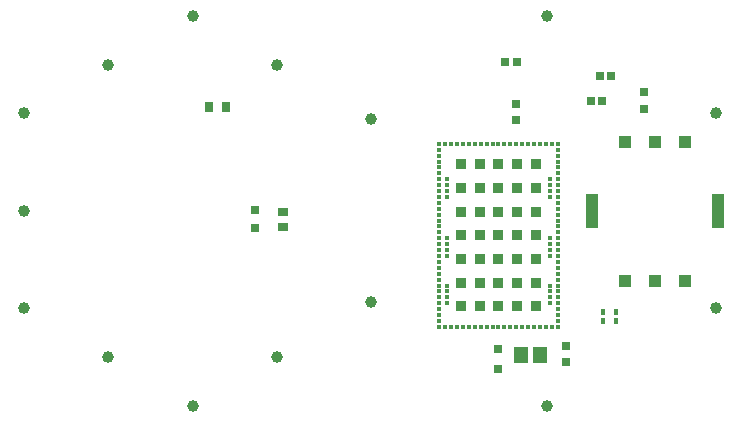
<source format=gbr>
G04*
G04 #@! TF.GenerationSoftware,Altium Limited,Altium Designer,25.8.1 (18)*
G04*
G04 Layer_Color=8421504*
%FSLAX44Y44*%
%MOMM*%
G71*
G04*
G04 #@! TF.SameCoordinates,2BA7E10B-6E93-4220-B227-DF091A9E169F*
G04*
G04*
G04 #@! TF.FilePolarity,Positive*
G04*
G01*
G75*
%ADD18R,0.3000X0.5556*%
%ADD19R,0.3048X0.3048*%
%ADD20R,0.8128X0.8128*%
%ADD21R,0.3048X0.3048*%
%ADD22R,0.8000X0.6556*%
%ADD23R,1.2546X1.4562*%
%ADD24R,0.7000X0.7000*%
%ADD25R,0.9906X1.0922*%
%ADD26R,0.6400X0.8900*%
%ADD27R,0.7000X0.6500*%
G04:AMPARAMS|DCode=28|XSize=1mm|YSize=1mm|CornerRadius=0.5mm|HoleSize=0mm|Usage=FLASHONLY|Rotation=90.000|XOffset=0mm|YOffset=0mm|HoleType=Round|Shape=RoundedRectangle|*
%AMROUNDEDRECTD28*
21,1,1.0000,0.0000,0,0,90.0*
21,1,0.0000,1.0000,0,0,90.0*
1,1,1.0000,0.0000,0.0000*
1,1,1.0000,0.0000,0.0000*
1,1,1.0000,0.0000,0.0000*
1,1,1.0000,0.0000,0.0000*
%
%ADD28ROUNDEDRECTD28*%
%ADD29R,0.9500X0.8000*%
%ADD30R,0.7800X0.7400*%
%ADD31R,0.9906X2.9972*%
G04:AMPARAMS|DCode=32|XSize=1mm|YSize=1mm|CornerRadius=0.5mm|HoleSize=0mm|Usage=FLASHONLY|Rotation=30.000|XOffset=0mm|YOffset=0mm|HoleType=Round|Shape=RoundedRectangle|*
%AMROUNDEDRECTD32*
21,1,1.0000,0.0000,0,0,30.0*
21,1,0.0000,1.0000,0,0,30.0*
1,1,1.0000,0.0000,0.0000*
1,1,1.0000,0.0000,0.0000*
1,1,1.0000,0.0000,0.0000*
1,1,1.0000,0.0000,0.0000*
%
%ADD32ROUNDEDRECTD32*%
G04:AMPARAMS|DCode=33|XSize=1mm|YSize=1mm|CornerRadius=0.5mm|HoleSize=0mm|Usage=FLASHONLY|Rotation=150.000|XOffset=0mm|YOffset=0mm|HoleType=Round|Shape=RoundedRectangle|*
%AMROUNDEDRECTD33*
21,1,1.0000,0.0000,0,0,150.0*
21,1,0.0000,1.0000,0,0,150.0*
1,1,1.0000,0.0000,0.0000*
1,1,1.0000,0.0000,0.0000*
1,1,1.0000,0.0000,0.0000*
1,1,1.0000,0.0000,0.0000*
%
%ADD33ROUNDEDRECTD33*%
%ADD34R,0.8000X0.8000*%
D18*
X194777Y-92906D02*
D03*
Y-85350D02*
D03*
X205733Y-93440D02*
D03*
Y-85884D02*
D03*
D19*
X63089Y-78171D02*
D03*
Y-73171D02*
D03*
Y-68171D02*
D03*
Y-63171D02*
D03*
Y-38171D02*
D03*
Y-33171D02*
D03*
Y-28171D02*
D03*
Y-23171D02*
D03*
Y11829D02*
D03*
Y16829D02*
D03*
Y21829D02*
D03*
Y26829D02*
D03*
X150089D02*
D03*
Y21829D02*
D03*
Y16829D02*
D03*
Y11829D02*
D03*
Y-23171D02*
D03*
Y-28171D02*
D03*
Y-33171D02*
D03*
Y-38171D02*
D03*
Y-63171D02*
D03*
Y-68171D02*
D03*
Y-73171D02*
D03*
Y-78171D02*
D03*
X56589Y-93171D02*
D03*
Y-88171D02*
D03*
Y-83171D02*
D03*
Y-78171D02*
D03*
Y-73171D02*
D03*
Y-68171D02*
D03*
Y-63171D02*
D03*
Y-58171D02*
D03*
Y-53171D02*
D03*
Y-48171D02*
D03*
Y-43171D02*
D03*
Y-38171D02*
D03*
Y-33171D02*
D03*
Y-28171D02*
D03*
Y-23171D02*
D03*
Y-18171D02*
D03*
Y-13171D02*
D03*
Y-8171D02*
D03*
Y-3171D02*
D03*
Y1829D02*
D03*
Y6829D02*
D03*
Y11829D02*
D03*
Y16829D02*
D03*
Y21829D02*
D03*
Y26829D02*
D03*
Y31829D02*
D03*
Y36829D02*
D03*
Y41829D02*
D03*
Y46829D02*
D03*
Y51829D02*
D03*
X156589D02*
D03*
Y46829D02*
D03*
Y41829D02*
D03*
Y36829D02*
D03*
Y31829D02*
D03*
Y26829D02*
D03*
Y21829D02*
D03*
Y16829D02*
D03*
Y11829D02*
D03*
Y6829D02*
D03*
Y1829D02*
D03*
Y-3171D02*
D03*
Y-8171D02*
D03*
Y-13171D02*
D03*
Y-18171D02*
D03*
Y-23171D02*
D03*
Y-28171D02*
D03*
Y-33171D02*
D03*
Y-38171D02*
D03*
Y-43171D02*
D03*
Y-48171D02*
D03*
Y-53171D02*
D03*
Y-58171D02*
D03*
Y-63171D02*
D03*
Y-68171D02*
D03*
Y-73171D02*
D03*
Y-78171D02*
D03*
Y-83171D02*
D03*
Y-88171D02*
D03*
Y-93171D02*
D03*
D20*
X138589Y39329D02*
D03*
Y19329D02*
D03*
Y-671D02*
D03*
Y-20671D02*
D03*
Y-40671D02*
D03*
Y-60671D02*
D03*
Y-80671D02*
D03*
X122589Y39329D02*
D03*
Y19329D02*
D03*
Y-671D02*
D03*
Y-20671D02*
D03*
Y-40671D02*
D03*
Y-60671D02*
D03*
Y-80671D02*
D03*
X106589Y39329D02*
D03*
Y19329D02*
D03*
Y-671D02*
D03*
Y-20671D02*
D03*
Y-40671D02*
D03*
Y-60671D02*
D03*
Y-80671D02*
D03*
X90589Y39329D02*
D03*
Y19329D02*
D03*
Y-671D02*
D03*
Y-20671D02*
D03*
Y-40671D02*
D03*
Y-60671D02*
D03*
Y-80671D02*
D03*
X74589Y39329D02*
D03*
Y19329D02*
D03*
Y-671D02*
D03*
Y-20671D02*
D03*
Y-40671D02*
D03*
Y-60671D02*
D03*
Y-80671D02*
D03*
D21*
X56589Y56829D02*
D03*
X61589D02*
D03*
X66589D02*
D03*
X71589D02*
D03*
X76589D02*
D03*
X81589D02*
D03*
X86589D02*
D03*
X91589D02*
D03*
X96589D02*
D03*
X101589D02*
D03*
X106589D02*
D03*
X111589D02*
D03*
X116589D02*
D03*
X121589D02*
D03*
X126589D02*
D03*
X131589D02*
D03*
X136589D02*
D03*
X141589D02*
D03*
X146589D02*
D03*
X151588D02*
D03*
X156589D02*
D03*
Y-98171D02*
D03*
X151588D02*
D03*
X146589D02*
D03*
X141589D02*
D03*
X136589D02*
D03*
X131589D02*
D03*
X126589D02*
D03*
X121589D02*
D03*
X116589D02*
D03*
X111589D02*
D03*
X106589D02*
D03*
X101589D02*
D03*
X96589D02*
D03*
X91589D02*
D03*
X86589D02*
D03*
X81589D02*
D03*
X76589D02*
D03*
X71589D02*
D03*
X66589D02*
D03*
X61589D02*
D03*
X56589D02*
D03*
D22*
X106168Y-117153D02*
D03*
Y-133709D02*
D03*
D23*
X125503Y-121974D02*
D03*
X142019D02*
D03*
D24*
X163574Y-128045D02*
D03*
Y-114045D02*
D03*
X229529Y86465D02*
D03*
Y100464D02*
D03*
D25*
X239149Y58532D02*
D03*
X264550D02*
D03*
X213750D02*
D03*
X264550Y-59468D02*
D03*
X213750D02*
D03*
X239149D02*
D03*
D26*
X-138185Y87983D02*
D03*
X-124185D02*
D03*
D27*
X121795Y76988D02*
D03*
Y90488D02*
D03*
D28*
X-1679Y77521D02*
D03*
X-152400Y-165199D02*
D03*
X-1679Y-77521D02*
D03*
X147599Y165199D02*
D03*
Y-165199D02*
D03*
X-80899Y-123901D02*
D03*
X-152400Y165199D02*
D03*
X-223901Y123901D02*
D03*
D29*
X-75921Y-1095D02*
D03*
Y-13595D02*
D03*
D30*
X112313Y126495D02*
D03*
X202223Y114033D02*
D03*
X194421Y93465D02*
D03*
X184621D02*
D03*
X192423Y114033D02*
D03*
X122113Y126495D02*
D03*
D31*
X292149Y-468D02*
D03*
X186149D02*
D03*
D32*
X290700Y82601D02*
D03*
X-295468Y-82601D02*
D03*
X-223901Y-123901D02*
D03*
X-80899Y123901D02*
D03*
D33*
X-295501Y-0D02*
D03*
X290700Y-82601D02*
D03*
X-295468Y82601D02*
D03*
D34*
X-99495Y-14564D02*
D03*
Y436D02*
D03*
M02*

</source>
